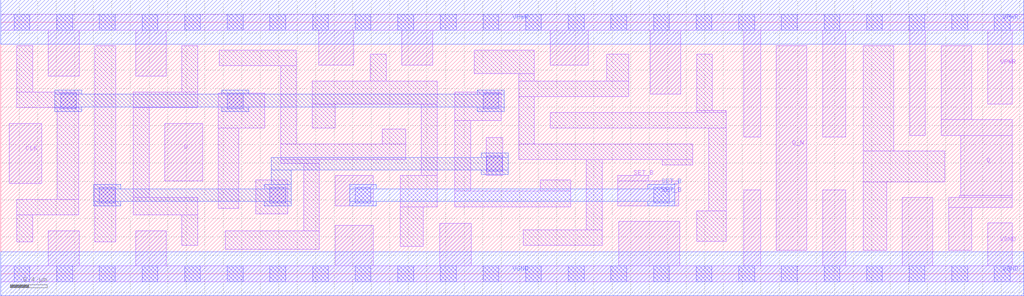
<source format=lef>
# Copyright 2020 The SkyWater PDK Authors
#
# Licensed under the Apache License, Version 2.0 (the "License");
# you may not use this file except in compliance with the License.
# You may obtain a copy of the License at
#
#     https://www.apache.org/licenses/LICENSE-2.0
#
# Unless required by applicable law or agreed to in writing, software
# distributed under the License is distributed on an "AS IS" BASIS,
# WITHOUT WARRANTIES OR CONDITIONS OF ANY KIND, either express or implied.
# See the License for the specific language governing permissions and
# limitations under the License.
#
# SPDX-License-Identifier: Apache-2.0

VERSION 5.7 ;
  NAMESCASESENSITIVE ON ;
  NOWIREEXTENSIONATPIN ON ;
  DIVIDERCHAR "/" ;
  BUSBITCHARS "[]" ;
UNITS
  DATABASE MICRONS 200 ;
END UNITS
MACRO sky130_fd_sc_hd__dfsbp_2
  CLASS CORE ;
  SOURCE USER ;
  FOREIGN sky130_fd_sc_hd__dfsbp_2 ;
  ORIGIN  0.000000  0.000000 ;
  SIZE  11.04000 BY  2.720000 ;
  SYMMETRY X Y R90 ;
  SITE unithd ;
  PIN D
    ANTENNAGATEAREA  0.222000 ;
    DIRECTION INPUT ;
    USE SIGNAL ;
    PORT
      LAYER li1 ;
        RECT 1.770000 1.005000 2.180000 1.625000 ;
    END
  END D
  PIN Q
    ANTENNADIFFAREA  0.445500 ;
    DIRECTION OUTPUT ;
    USE SIGNAL ;
    PORT
      LAYER li1 ;
        RECT 10.150000 1.495000 10.915000 1.665000 ;
        RECT 10.150000 1.665000 10.480000 2.465000 ;
        RECT 10.230000 0.255000 10.480000 0.720000 ;
        RECT 10.230000 0.720000 10.915000 0.825000 ;
        RECT 10.345000 0.825000 10.915000 0.845000 ;
        RECT 10.360000 0.845000 10.915000 1.495000 ;
    END
  END Q
  PIN Q_N
    ANTENNADIFFAREA  0.445500 ;
    DIRECTION OUTPUT ;
    USE SIGNAL ;
    PORT
      LAYER li1 ;
        RECT 8.370000 0.255000 8.700000 2.465000 ;
    END
  END Q_N
  PIN SET_B
    ANTENNAGATEAREA  0.252000 ;
    DIRECTION INPUT ;
    USE SIGNAL ;
    PORT
      LAYER li1 ;
        RECT 3.610000 0.735000 4.020000 1.065000 ;
        RECT 6.660000 0.735000 7.320000 1.005000 ;
        RECT 6.660000 1.005000 6.990000 1.065000 ;
      LAYER mcon ;
        RECT 3.825000 0.765000 3.995000 0.935000 ;
        RECT 7.045000 0.765000 7.215000 0.935000 ;
      LAYER met1 ;
        RECT 3.765000 0.735000 4.055000 0.780000 ;
        RECT 3.765000 0.780000 7.275000 0.920000 ;
        RECT 3.765000 0.920000 4.055000 0.965000 ;
        RECT 6.985000 0.735000 7.275000 0.780000 ;
        RECT 6.985000 0.920000 7.275000 0.965000 ;
    END
  END SET_B
  PIN CLK
    ANTENNAGATEAREA  0.159000 ;
    DIRECTION INPUT ;
    USE CLOCK ;
    PORT
      LAYER li1 ;
        RECT 0.090000 0.975000 0.440000 1.625000 ;
    END
  END CLK
  PIN VGND
    DIRECTION INOUT ;
    SHAPE ABUTMENT ;
    USE GROUND ;
    PORT
      LAYER li1 ;
        RECT  0.000000 -0.085000 11.040000 0.085000 ;
        RECT  0.515000  0.085000  0.845000 0.465000 ;
        RECT  1.455000  0.085000  1.785000 0.465000 ;
        RECT  3.610000  0.085000  4.020000 0.525000 ;
        RECT  4.740000  0.085000  5.080000 0.545000 ;
        RECT  6.670000  0.085000  7.330000 0.565000 ;
        RECT  8.020000  0.085000  8.200000 0.905000 ;
        RECT  8.870000  0.085000  9.120000 0.905000 ;
        RECT  9.730000  0.085000 10.060000 0.825000 ;
        RECT 10.650000  0.085000 10.915000 0.550000 ;
      LAYER mcon ;
        RECT  0.145000 -0.085000  0.315000 0.085000 ;
        RECT  0.605000 -0.085000  0.775000 0.085000 ;
        RECT  1.065000 -0.085000  1.235000 0.085000 ;
        RECT  1.525000 -0.085000  1.695000 0.085000 ;
        RECT  1.985000 -0.085000  2.155000 0.085000 ;
        RECT  2.445000 -0.085000  2.615000 0.085000 ;
        RECT  2.905000 -0.085000  3.075000 0.085000 ;
        RECT  3.365000 -0.085000  3.535000 0.085000 ;
        RECT  3.825000 -0.085000  3.995000 0.085000 ;
        RECT  4.285000 -0.085000  4.455000 0.085000 ;
        RECT  4.745000 -0.085000  4.915000 0.085000 ;
        RECT  5.205000 -0.085000  5.375000 0.085000 ;
        RECT  5.665000 -0.085000  5.835000 0.085000 ;
        RECT  6.125000 -0.085000  6.295000 0.085000 ;
        RECT  6.585000 -0.085000  6.755000 0.085000 ;
        RECT  7.045000 -0.085000  7.215000 0.085000 ;
        RECT  7.505000 -0.085000  7.675000 0.085000 ;
        RECT  7.965000 -0.085000  8.135000 0.085000 ;
        RECT  8.425000 -0.085000  8.595000 0.085000 ;
        RECT  8.885000 -0.085000  9.055000 0.085000 ;
        RECT  9.345000 -0.085000  9.515000 0.085000 ;
        RECT  9.805000 -0.085000  9.975000 0.085000 ;
        RECT 10.265000 -0.085000 10.435000 0.085000 ;
        RECT 10.725000 -0.085000 10.895000 0.085000 ;
      LAYER met1 ;
        RECT 0.000000 -0.240000 11.040000 0.240000 ;
    END
  END VGND
  PIN VPWR
    DIRECTION INOUT ;
    SHAPE ABUTMENT ;
    USE POWER ;
    PORT
      LAYER li1 ;
        RECT  0.000000 2.635000 11.040000 2.805000 ;
        RECT  0.515000 2.135000  0.845000 2.635000 ;
        RECT  1.455000 2.135000  1.785000 2.635000 ;
        RECT  3.430000 2.255000  3.810000 2.635000 ;
        RECT  4.330000 2.255000  4.660000 2.635000 ;
        RECT  5.930000 2.255000  6.340000 2.635000 ;
        RECT  7.010000 1.945000  7.340000 2.635000 ;
        RECT  8.020000 1.480000  8.200000 2.635000 ;
        RECT  8.870000 1.480000  9.120000 2.635000 ;
        RECT  9.810000 1.495000  9.980000 2.635000 ;
        RECT 10.650000 1.835000 10.915000 2.635000 ;
      LAYER mcon ;
        RECT  0.145000 2.635000  0.315000 2.805000 ;
        RECT  0.605000 2.635000  0.775000 2.805000 ;
        RECT  1.065000 2.635000  1.235000 2.805000 ;
        RECT  1.525000 2.635000  1.695000 2.805000 ;
        RECT  1.985000 2.635000  2.155000 2.805000 ;
        RECT  2.445000 2.635000  2.615000 2.805000 ;
        RECT  2.905000 2.635000  3.075000 2.805000 ;
        RECT  3.365000 2.635000  3.535000 2.805000 ;
        RECT  3.825000 2.635000  3.995000 2.805000 ;
        RECT  4.285000 2.635000  4.455000 2.805000 ;
        RECT  4.745000 2.635000  4.915000 2.805000 ;
        RECT  5.205000 2.635000  5.375000 2.805000 ;
        RECT  5.665000 2.635000  5.835000 2.805000 ;
        RECT  6.125000 2.635000  6.295000 2.805000 ;
        RECT  6.585000 2.635000  6.755000 2.805000 ;
        RECT  7.045000 2.635000  7.215000 2.805000 ;
        RECT  7.505000 2.635000  7.675000 2.805000 ;
        RECT  7.965000 2.635000  8.135000 2.805000 ;
        RECT  8.425000 2.635000  8.595000 2.805000 ;
        RECT  8.885000 2.635000  9.055000 2.805000 ;
        RECT  9.345000 2.635000  9.515000 2.805000 ;
        RECT  9.805000 2.635000  9.975000 2.805000 ;
        RECT 10.265000 2.635000 10.435000 2.805000 ;
        RECT 10.725000 2.635000 10.895000 2.805000 ;
      LAYER met1 ;
        RECT 0.000000 2.480000 11.040000 2.960000 ;
    END
  END VPWR
  OBS
    LAYER li1 ;
      RECT 0.175000 0.345000  0.345000 0.635000 ;
      RECT 0.175000 0.635000  0.840000 0.805000 ;
      RECT 0.175000 1.795000  0.840000 1.965000 ;
      RECT 0.175000 1.965000  0.345000 2.465000 ;
      RECT 0.610000 0.805000  0.840000 1.795000 ;
      RECT 1.015000 0.345000  1.240000 2.465000 ;
      RECT 1.430000 0.635000  2.125000 0.825000 ;
      RECT 1.430000 0.825000  1.600000 1.795000 ;
      RECT 1.430000 1.795000  2.125000 1.965000 ;
      RECT 1.955000 0.305000  2.125000 0.635000 ;
      RECT 1.955000 1.965000  2.125000 2.465000 ;
      RECT 2.350000 0.705000  2.570000 1.575000 ;
      RECT 2.350000 1.575000  2.850000 1.955000 ;
      RECT 2.360000 2.250000  3.190000 2.420000 ;
      RECT 2.425000 0.265000  3.440000 0.465000 ;
      RECT 2.750000 0.645000  3.100000 1.015000 ;
      RECT 3.020000 1.195000  3.440000 1.235000 ;
      RECT 3.020000 1.235000  4.370000 1.405000 ;
      RECT 3.020000 1.405000  3.190000 2.250000 ;
      RECT 3.270000 0.465000  3.440000 1.195000 ;
      RECT 3.360000 1.575000  3.610000 1.835000 ;
      RECT 3.360000 1.835000  4.710000 2.085000 ;
      RECT 3.990000 2.085000  4.160000 2.375000 ;
      RECT 4.120000 1.405000  4.370000 1.565000 ;
      RECT 4.310000 0.295000  4.560000 0.725000 ;
      RECT 4.310000 0.725000  4.710000 1.065000 ;
      RECT 4.540000 1.065000  4.710000 1.835000 ;
      RECT 4.900000 0.725000  6.150000 0.895000 ;
      RECT 4.900000 0.895000  5.070000 1.655000 ;
      RECT 4.900000 1.655000  5.400000 1.965000 ;
      RECT 5.110000 2.165000  5.760000 2.415000 ;
      RECT 5.240000 1.065000  5.420000 1.475000 ;
      RECT 5.590000 1.235000  7.470000 1.405000 ;
      RECT 5.590000 1.405000  5.760000 1.915000 ;
      RECT 5.590000 1.915000  6.780000 2.085000 ;
      RECT 5.590000 2.085000  5.760000 2.165000 ;
      RECT 5.640000 0.305000  6.490000 0.475000 ;
      RECT 5.820000 0.895000  6.150000 1.015000 ;
      RECT 5.930000 1.575000  7.830000 1.745000 ;
      RECT 6.320000 0.475000  6.490000 1.235000 ;
      RECT 6.540000 2.085000  6.780000 2.375000 ;
      RECT 7.140000 1.175000  7.470000 1.235000 ;
      RECT 7.510000 0.350000  7.830000 0.680000 ;
      RECT 7.510000 1.745000  7.830000 1.765000 ;
      RECT 7.510000 1.765000  7.680000 2.375000 ;
      RECT 7.640000 0.680000  7.830000 1.575000 ;
      RECT 9.310000 0.255000  9.560000 0.995000 ;
      RECT 9.310000 0.995000 10.190000 1.325000 ;
      RECT 9.310000 1.325000  9.640000 2.465000 ;
    LAYER mcon ;
      RECT 0.645000 1.785000 0.815000 1.955000 ;
      RECT 1.065000 0.765000 1.235000 0.935000 ;
      RECT 2.445000 1.785000 2.615000 1.955000 ;
      RECT 2.905000 0.765000 3.075000 0.935000 ;
      RECT 5.205000 1.785000 5.375000 1.955000 ;
      RECT 5.245000 1.105000 5.415000 1.275000 ;
    LAYER met1 ;
      RECT 0.585000 1.755000 0.875000 1.800000 ;
      RECT 0.585000 1.800000 5.435000 1.940000 ;
      RECT 0.585000 1.940000 0.875000 1.985000 ;
      RECT 1.005000 0.735000 1.295000 0.780000 ;
      RECT 1.005000 0.780000 3.135000 0.920000 ;
      RECT 1.005000 0.920000 1.295000 0.965000 ;
      RECT 2.385000 1.755000 2.675000 1.800000 ;
      RECT 2.385000 1.940000 2.675000 1.985000 ;
      RECT 2.845000 0.735000 3.135000 0.780000 ;
      RECT 2.845000 0.920000 3.135000 0.965000 ;
      RECT 2.920000 0.965000 3.135000 1.120000 ;
      RECT 2.920000 1.120000 5.475000 1.260000 ;
      RECT 5.145000 1.755000 5.435000 1.800000 ;
      RECT 5.145000 1.940000 5.435000 1.985000 ;
      RECT 5.185000 1.075000 5.475000 1.120000 ;
      RECT 5.185000 1.260000 5.475000 1.305000 ;
  END
END sky130_fd_sc_hd__dfsbp_2
END LIBRARY

</source>
